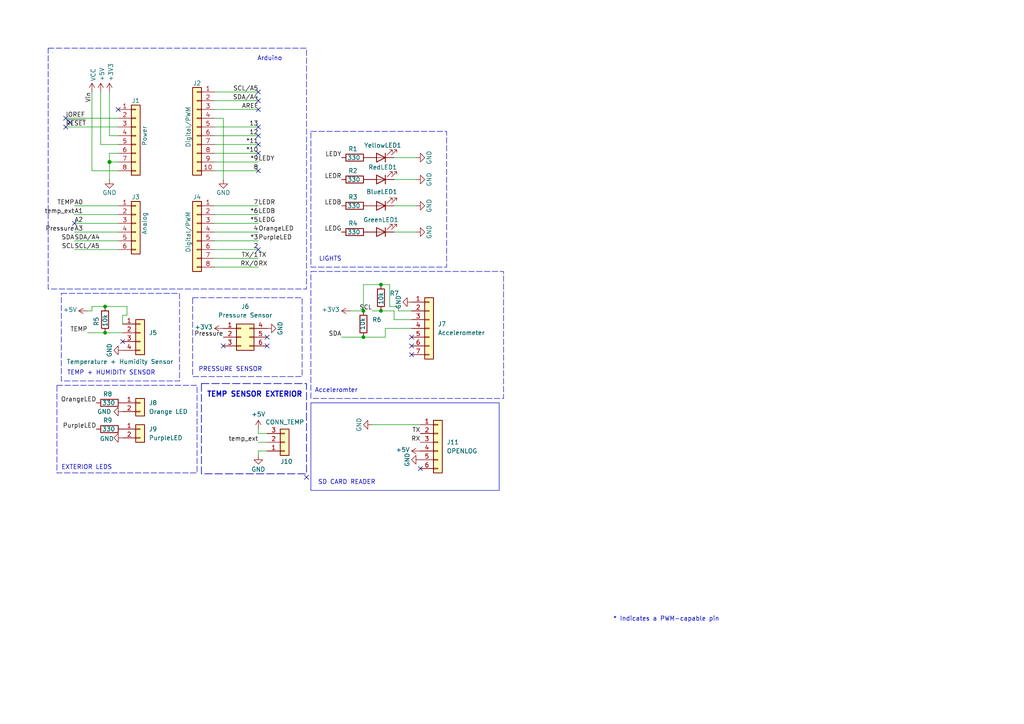
<source format=kicad_sch>
(kicad_sch (version 20231120) (generator "eeschema") (generator_version "8.0")
  (paper "A4")
  (title_block (date "mar. 31 mars 2015"))
  (lib_symbols
    (symbol "Connector_Generic:Conn_01x02" (pin_names (offset 1.016) hide)
      (property "Reference" "J" (at 0 2.54 0))
      (property "Value" "Conn_01x02" (at 0 -5.08 0))
      (symbol "Conn_01x02_1_1"
        (rectangle (start -1.27 -2.413) (end 0 -2.667) (stroke (width 0.1524)))
        (rectangle (start -1.27 0.127) (end 0 -0.127) (stroke (width 0.1524)))
        (rectangle (start -1.27 1.27) (end 1.27 -3.81) (stroke (width 0.254)) (fill (type background)))
        (pin passive line (at -5.08 0 0) (length 3.81) (name "Pin_1") (number "1"))
        (pin passive line (at -5.08 -2.54 0) (length 3.81) (name "Pin_2") (number "2"))
      )
    )
    (symbol "Connector_Generic:Conn_01x03" (pin_names (offset 1.016) hide)
      (property "Reference" "J" (at 0 5.08 0))
      (property "Value" "Conn_01x03" (at 0 -5.08 0))
      (symbol "Conn_01x03_1_1"
        (rectangle (start -1.27 -2.413) (end 0 -2.667) (stroke (width 0.1524)))
        (rectangle (start -1.27 0.127) (end 0 -0.127) (stroke (width 0.1524)))
        (rectangle (start -1.27 2.667) (end 0 2.413) (stroke (width 0.1524)))
        (rectangle (start -1.27 3.81) (end 1.27 -3.81) (stroke (width 0.254)) (fill (type background)))
        (pin passive line (at -5.08 2.54 0) (length 3.81) (name "Pin_1") (number "1"))
        (pin passive line (at -5.08 0 0) (length 3.81) (name "Pin_2") (number "2"))
        (pin passive line (at -5.08 -2.54 0) (length 3.81) (name "Pin_3") (number "3"))
      )
    )
    (symbol "Connector_Generic:Conn_01x04" (pin_names (offset 1.016) hide)
      (property "Reference" "J" (at 0 5.08 0))
      (property "Value" "Conn_01x04" (at 0 -7.62 0))
      (symbol "Conn_01x04_1_1"
        (rectangle (start -1.27 -4.953) (end 0 -5.207) (stroke (width 0.1524)))
        (rectangle (start -1.27 -2.413) (end 0 -2.667) (stroke (width 0.1524)))
        (rectangle (start -1.27 0.127) (end 0 -0.127) (stroke (width 0.1524)))
        (rectangle (start -1.27 2.667) (end 0 2.413) (stroke (width 0.1524)))
        (rectangle (start -1.27 3.81) (end 1.27 -6.35) (stroke (width 0.254)) (fill (type background)))
        (pin passive line (at -5.08 2.54 0) (length 3.81) (name "Pin_1") (number "1"))
        (pin passive line (at -5.08 0 0) (length 3.81) (name "Pin_2") (number "2"))
        (pin passive line (at -5.08 -2.54 0) (length 3.81) (name "Pin_3") (number "3"))
        (pin passive line (at -5.08 -5.08 0) (length 3.81) (name "Pin_4") (number "4"))
      )
    )
    (symbol "Connector_Generic:Conn_01x06" (pin_names (offset 1.016) hide)
      (property "Reference" "J" (at 0 7.62 0))
      (property "Value" "Conn_01x06" (at 0 -10.16 0))
      (symbol "Conn_01x06_1_1"
        (rectangle (start -1.27 -7.493) (end 0 -7.747) (stroke (width 0.1524)))
        (rectangle (start -1.27 -4.953) (end 0 -5.207) (stroke (width 0.1524)))
        (rectangle (start -1.27 -2.413) (end 0 -2.667) (stroke (width 0.1524)))
        (rectangle (start -1.27 0.127) (end 0 -0.127) (stroke (width 0.1524)))
        (rectangle (start -1.27 2.667) (end 0 2.413) (stroke (width 0.1524)))
        (rectangle (start -1.27 5.207) (end 0 4.953) (stroke (width 0.1524)))
        (rectangle (start -1.27 6.35) (end 1.27 -8.89) (stroke (width 0.254)) (fill (type background)))
        (pin passive line (at -5.08 5.08 0) (length 3.81) (name "Pin_1") (number "1"))
        (pin passive line (at -5.08 2.54 0) (length 3.81) (name "Pin_2") (number "2"))
        (pin passive line (at -5.08 0 0) (length 3.81) (name "Pin_3") (number "3"))
        (pin passive line (at -5.08 -2.54 0) (length 3.81) (name "Pin_4") (number "4"))
        (pin passive line (at -5.08 -5.08 0) (length 3.81) (name "Pin_5") (number "5"))
        (pin passive line (at -5.08 -7.62 0) (length 3.81) (name "Pin_6") (number "6"))
      )
    )
    (symbol "Connector_Generic:Conn_01x07" (pin_names (offset 1.016) hide)
      (property "Reference" "J" (at 0 10.16 0))
      (property "Value" "Conn_01x07" (at 0 -10.16 0))
      (symbol "Conn_01x07_1_1"
        (rectangle (start -1.27 -7.493) (end 0 -7.747) (stroke (width 0.1524)))
        (rectangle (start -1.27 -4.953) (end 0 -5.207) (stroke (width 0.1524)))
        (rectangle (start -1.27 -2.413) (end 0 -2.667) (stroke (width 0.1524)))
        (rectangle (start -1.27 0.127) (end 0 -0.127) (stroke (width 0.1524)))
        (rectangle (start -1.27 2.667) (end 0 2.413) (stroke (width 0.1524)))
        (rectangle (start -1.27 5.207) (end 0 4.953) (stroke (width 0.1524)))
        (rectangle (start -1.27 7.747) (end 0 7.493) (stroke (width 0.1524)))
        (rectangle (start -1.27 8.89) (end 1.27 -8.89) (stroke (width 0.254)) (fill (type background)))
        (pin passive line (at -5.08 7.62 0) (length 3.81) (name "Pin_1") (number "1"))
        (pin passive line (at -5.08 5.08 0) (length 3.81) (name "Pin_2") (number "2"))
        (pin passive line (at -5.08 2.54 0) (length 3.81) (name "Pin_3") (number "3"))
        (pin passive line (at -5.08 0 0) (length 3.81) (name "Pin_4") (number "4"))
        (pin passive line (at -5.08 -2.54 0) (length 3.81) (name "Pin_5") (number "5"))
        (pin passive line (at -5.08 -5.08 0) (length 3.81) (name "Pin_6") (number "6"))
        (pin passive line (at -5.08 -7.62 0) (length 3.81) (name "Pin_7") (number "7"))
      )
    )
    (symbol "Connector_Generic:Conn_01x08" (pin_names (offset 1.016) hide)
      (property "Reference" "J" (at 0 10.16 0))
      (property "Value" "Conn_01x08" (at 0 -12.7 0))
      (symbol "Conn_01x08_1_1"
        (rectangle (start -1.27 -10.033) (end 0 -10.287) (stroke (width 0.1524)))
        (rectangle (start -1.27 -7.493) (end 0 -7.747) (stroke (width 0.1524)))
        (rectangle (start -1.27 -4.953) (end 0 -5.207) (stroke (width 0.1524)))
        (rectangle (start -1.27 -2.413) (end 0 -2.667) (stroke (width 0.1524)))
        (rectangle (start -1.27 0.127) (end 0 -0.127) (stroke (width 0.1524)))
        (rectangle (start -1.27 2.667) (end 0 2.413) (stroke (width 0.1524)))
        (rectangle (start -1.27 5.207) (end 0 4.953) (stroke (width 0.1524)))
        (rectangle (start -1.27 7.747) (end 0 7.493) (stroke (width 0.1524)))
        (rectangle (start -1.27 8.89) (end 1.27 -11.43) (stroke (width 0.254)) (fill (type background)))
        (pin passive line (at -5.08 7.62 0) (length 3.81) (name "Pin_1") (number "1"))
        (pin passive line (at -5.08 5.08 0) (length 3.81) (name "Pin_2") (number "2"))
        (pin passive line (at -5.08 2.54 0) (length 3.81) (name "Pin_3") (number "3"))
        (pin passive line (at -5.08 0 0) (length 3.81) (name "Pin_4") (number "4"))
        (pin passive line (at -5.08 -2.54 0) (length 3.81) (name "Pin_5") (number "5"))
        (pin passive line (at -5.08 -5.08 0) (length 3.81) (name "Pin_6") (number "6"))
        (pin passive line (at -5.08 -7.62 0) (length 3.81) (name "Pin_7") (number "7"))
        (pin passive line (at -5.08 -10.16 0) (length 3.81) (name "Pin_8") (number "8"))
      )
    )
    (symbol "Connector_Generic:Conn_01x10" (pin_names (offset 1.016) hide)
      (property "Reference" "J" (at 0 12.7 0))
      (property "Value" "Conn_01x10" (at 0 -15.24 0))
      (symbol "Conn_01x10_1_1"
        (rectangle (start -1.27 -12.573) (end 0 -12.827) (stroke (width 0.1524)))
        (rectangle (start -1.27 -10.033) (end 0 -10.287) (stroke (width 0.1524)))
        (rectangle (start -1.27 -7.493) (end 0 -7.747) (stroke (width 0.1524)))
        (rectangle (start -1.27 -4.953) (end 0 -5.207) (stroke (width 0.1524)))
        (rectangle (start -1.27 -2.413) (end 0 -2.667) (stroke (width 0.1524)))
        (rectangle (start -1.27 0.127) (end 0 -0.127) (stroke (width 0.1524)))
        (rectangle (start -1.27 2.667) (end 0 2.413) (stroke (width 0.1524)))
        (rectangle (start -1.27 5.207) (end 0 4.953) (stroke (width 0.1524)))
        (rectangle (start -1.27 7.747) (end 0 7.493) (stroke (width 0.1524)))
        (rectangle (start -1.27 10.287) (end 0 10.033) (stroke (width 0.1524)))
        (rectangle (start -1.27 11.43) (end 1.27 -13.97) (stroke (width 0.254)) (fill (type background)))
        (pin passive line (at -5.08 10.16 0) (length 3.81) (name "Pin_1") (number "1"))
        (pin passive line (at -5.08 -12.7 0) (length 3.81) (name "Pin_10") (number "10"))
        (pin passive line (at -5.08 7.62 0) (length 3.81) (name "Pin_2") (number "2"))
        (pin passive line (at -5.08 5.08 0) (length 3.81) (name "Pin_3") (number "3"))
        (pin passive line (at -5.08 2.54 0) (length 3.81) (name "Pin_4") (number "4"))
        (pin passive line (at -5.08 0 0) (length 3.81) (name "Pin_5") (number "5"))
        (pin passive line (at -5.08 -2.54 0) (length 3.81) (name "Pin_6") (number "6"))
        (pin passive line (at -5.08 -5.08 0) (length 3.81) (name "Pin_7") (number "7"))
        (pin passive line (at -5.08 -7.62 0) (length 3.81) (name "Pin_8") (number "8"))
        (pin passive line (at -5.08 -10.16 0) (length 3.81) (name "Pin_9") (number "9"))
      )
    )
    (symbol "Connector_Generic:Conn_02x03_Top_Bottom" (pin_names (offset 1.016) hide)
      (property "Reference" "J" (at 1.27 5.08 0))
      (property "Value" "Conn_02x03_Top_Bottom" (at 1.27 -5.08 0))
      (symbol "Conn_02x03_Top_Bottom_1_1"
        (rectangle (start -1.27 -2.413) (end 0 -2.667) (stroke (width 0.1524)))
        (rectangle (start -1.27 0.127) (end 0 -0.127) (stroke (width 0.1524)))
        (rectangle (start -1.27 2.667) (end 0 2.413) (stroke (width 0.1524)))
        (rectangle (start -1.27 3.81) (end 3.81 -3.81) (stroke (width 0.254)) (fill (type background)))
        (rectangle (start 3.81 -2.413) (end 2.54 -2.667) (stroke (width 0.1524)))
        (rectangle (start 3.81 0.127) (end 2.54 -0.127) (stroke (width 0.1524)))
        (rectangle (start 3.81 2.667) (end 2.54 2.413) (stroke (width 0.1524)))
        (pin passive line (at -5.08 2.54 0) (length 3.81) (name "Pin_1") (number "1"))
        (pin passive line (at -5.08 0 0) (length 3.81) (name "Pin_2") (number "2"))
        (pin passive line (at -5.08 -2.54 0) (length 3.81) (name "Pin_3") (number "3"))
        (pin passive line (at 7.62 2.54 180) (length 3.81) (name "Pin_4") (number "4"))
        (pin passive line (at 7.62 0 180) (length 3.81) (name "Pin_5") (number "5"))
        (pin passive line (at 7.62 -2.54 180) (length 3.81) (name "Pin_6") (number "6"))
      )
    )
    (symbol "Device:LED" (pin_numbers hide) (pin_names (offset 1.016) hide)
      (property "Reference" "D" (at 0 2.54 0))
      (property "Value" "LED" (at 0 -2.54 0))
      (symbol "LED_0_1"
        (polyline (pts (xy -1.27 -1.27) (xy -1.27 1.27)) (stroke (width 0.254)))
        (polyline (pts (xy -1.27 0) (xy 1.27 0)))
        (polyline (pts (xy 1.27 -1.27) (xy 1.27 1.27) (xy -1.27 0) (xy 1.27 -1.27)) (stroke (width 0.254)))
        (polyline (pts (xy -3.048 -0.762) (xy -4.572 -2.286) (xy -3.81 -2.286) (xy -4.572 -2.286) (xy -4.572 -1.524)))
        (polyline (pts (xy -1.778 -0.762) (xy -3.302 -2.286) (xy -2.54 -2.286) (xy -3.302 -2.286) (xy -3.302 -1.524)))
      )
      (symbol "LED_1_1"
        (pin passive line (at -3.81 0 0) (length 2.54) (name "K") (number "1"))
        (pin passive line (at 3.81 0 180) (length 2.54) (name "A") (number "2"))
      )
    )
    (symbol "Device:R" (pin_numbers hide) (pin_names (offset 0))
      (property "Reference" "R" (at 2.032 0 90))
      (property "Value" "R" (at 0 0 90))
      (symbol "R_0_1"
        (rectangle (start -1.016 -2.54) (end 1.016 2.54) (stroke (width 0.254)))
      )
      (symbol "R_1_1"
        (pin passive line (at 0 3.81 270) (length 1.27) (name "~") (number "1"))
        (pin passive line (at 0 -3.81 90) (length 1.27) (name "~") (number "2"))
      )
    )
    (symbol "power:+3V3" (power) (pin_names (offset 0))
      (property "Value" "+3V3" (at 0 3.556 0))
      (symbol "+3V3_0_1"
        (polyline (pts (xy -0.762 1.27) (xy 0 2.54)))
        (polyline (pts (xy 0 0) (xy 0 2.54)))
        (polyline (pts (xy 0 2.54) (xy 0.762 1.27)))
      )
      (symbol "+3V3_1_1"
        (pin power_in line (at 0 0 90) (length 0) hide (name "+3V3") (number "1"))
      )
    )
    (symbol "power:+5V" (power) (pin_names (offset 0))
      (property "Value" "+5V" (at 0 3.556 0))
      (symbol "+5V_0_1"
        (polyline (pts (xy -0.762 1.27) (xy 0 2.54)))
        (polyline (pts (xy 0 0) (xy 0 2.54)))
        (polyline (pts (xy 0 2.54) (xy 0.762 1.27)))
      )
      (symbol "+5V_1_1"
        (pin power_in line (at 0 0 90) (length 0) hide (name "+5V") (number "1"))
      )
    )
    (symbol "power:GND" (power) (pin_names (offset 0))
      (property "Value" "GND" (at 0 -3.81 0))
      (symbol "GND_0_1"
        (polyline (pts (xy 0 0) (xy 0 -1.27) (xy 1.27 -1.27) (xy 0 -2.54) (xy -1.27 -1.27) (xy 0 -1.27)))
      )
      (symbol "GND_1_1"
        (pin power_in line (at 0 0 270) (length 0) hide (name "GND") (number "1"))
      )
    )
    (symbol "power:VCC" (power) (pin_names (offset 0))
      (property "Value" "VCC" (at 0 3.81 0))
      (symbol "VCC_0_1"
        (polyline (pts (xy -0.762 1.27) (xy 0 2.54)))
        (polyline (pts (xy 0 0) (xy 0 2.54)))
        (polyline (pts (xy 0 2.54) (xy 0.762 1.27)))
      )
      (symbol "VCC_1_1"
        (pin power_in line (at 0 0 90) (length 0) hide (name "VCC") (number "1"))
      )
    )
  )
  (junction (at 30.48 88.9))
  (junction (at 110.49 82.55))
  (junction (at 31.75 46.99) (diameter 1.016))
  (junction (at 30.48 96.52))
  (junction (at 110.49 90.17))
  (junction (at 105.41 90.17))
  (junction (at 105.41 97.79))
  (no_connect (at 77.47 100.33))
  (no_connect (at 74.93 26.67))
  (no_connect (at 74.93 44.45))
  (no_connect (at 35.56 99.06))
  (no_connect (at 19.05 34.29))
  (no_connect (at 74.93 31.75))
  (no_connect (at 21.59 64.77))
  (no_connect (at 64.77 100.33))
  (no_connect (at 74.93 36.83))
  (no_connect (at 19.05 36.83))
  (no_connect (at 74.93 39.37))
  (no_connect (at 20.32 35.56))
  (no_connect (at 119.38 100.33))
  (no_connect (at 119.38 97.79))
  (no_connect (at 121.92 135.89))
  (no_connect (at 74.93 49.53))
  (no_connect (at 119.38 102.87))
  (no_connect (at 77.47 97.79))
  (no_connect (at 74.93 29.21))
  (no_connect (at 34.29 31.75))
  (no_connect (at 74.93 41.91))
  (no_connect (at 74.93 72.39))
  (no_connect (at 88.9 138.43))
  (wire (pts (xy 62.23 77.47) (xy 74.93 77.47)))
  (wire (pts (xy 62.23 44.45) (xy 74.93 44.45)))
  (wire (pts (xy 114.3 67.31) (xy 120.65 67.31)))
  (wire (pts (xy 62.23 26.67) (xy 74.93 26.67)))
  (wire (pts (xy 114.3 90.17) (xy 114.3 92.71)))
  (wire (pts (xy 31.75 44.45) (xy 31.75 46.99)))
  (wire (pts (xy 26.67 90.17) (xy 25.4 90.17)))
  (wire (pts (xy 21.59 72.39) (xy 34.29 72.39)))
  (wire (pts (xy 105.41 97.79) (xy 111.76 97.79)))
  (wire (pts (xy 107.95 90.17) (xy 110.49 90.17)))
  (wire (pts (xy 99.06 97.79) (xy 105.41 97.79)))
  (wire (pts (xy 31.75 46.99) (xy 31.75 52.07)))
  (wire (pts (xy 31.75 39.37) (xy 34.29 39.37)))
  (wire (pts (xy 29.21 41.91) (xy 34.29 41.91)))
  (wire (pts (xy 113.03 88.9) (xy 113.03 82.55)))
  (wire (pts (xy 29.21 26.67) (xy 29.21 41.91)))
  (wire (pts (xy 74.93 128.27) (xy 77.47 128.27)))
  (wire (pts (xy 62.23 36.83) (xy 74.93 36.83)))
  (wire (pts (xy 31.75 26.67) (xy 31.75 39.37)))
  (wire (pts (xy 62.23 59.69) (xy 74.93 59.69)))
  (wire (pts (xy 34.29 59.69) (xy 21.59 59.69)))
  (wire (pts (xy 101.6 90.17) (xy 105.41 90.17)))
  (wire (pts (xy 62.23 39.37) (xy 74.93 39.37)))
  (wire (pts (xy 62.23 62.23) (xy 74.93 62.23)))
  (wire (pts (xy 113.03 82.55) (xy 110.49 82.55)))
  (wire (pts (xy 62.23 46.99) (xy 74.93 46.99)))
  (wire (pts (xy 114.3 52.07) (xy 120.65 52.07)))
  (wire (pts (xy 62.23 67.31) (xy 74.93 67.31)))
  (wire (pts (xy 19.05 34.29) (xy 34.29 34.29)))
  (wire (pts (xy 119.38 90.17) (xy 115.57 90.17)))
  (wire (pts (xy 77.47 125.73) (xy 74.93 125.73)))
  (wire (pts (xy 26.67 88.9) (xy 30.48 88.9)))
  (wire (pts (xy 111.76 95.25) (xy 119.38 95.25)))
  (wire (pts (xy 64.77 34.29) (xy 64.77 52.07)))
  (wire (pts (xy 77.47 130.81) (xy 74.93 130.81)))
  (wire (pts (xy 36.83 88.9) (xy 36.83 91.44)))
  (wire (pts (xy 74.93 125.73) (xy 74.93 124.46)))
  (wire (pts (xy 62.23 31.75) (xy 74.93 31.75)))
  (wire (pts (xy 35.56 91.44) (xy 35.56 93.98)))
  (wire (pts (xy 107.95 123.19) (xy 121.92 123.19)))
  (wire (pts (xy 115.57 88.9) (xy 113.03 88.9)))
  (wire (pts (xy 34.29 64.77) (xy 21.59 64.77)))
  (wire (pts (xy 19.05 36.83) (xy 34.29 36.83)))
  (wire (pts (xy 34.29 46.99) (xy 31.75 46.99)))
  (wire (pts (xy 110.49 82.55) (xy 105.41 82.55)))
  (wire (pts (xy 36.83 91.44) (xy 35.56 91.44)))
  (wire (pts (xy 74.93 130.81) (xy 74.93 132.08)))
  (wire (pts (xy 34.29 49.53) (xy 26.67 49.53)))
  (wire (pts (xy 114.3 92.71) (xy 119.38 92.71)))
  (wire (pts (xy 21.59 62.23) (xy 34.29 62.23)))
  (wire (pts (xy 30.48 88.9) (xy 36.83 88.9)))
  (wire (pts (xy 25.4 96.52) (xy 30.48 96.52)))
  (wire (pts (xy 115.57 90.17) (xy 115.57 88.9)))
  (wire (pts (xy 114.3 59.69) (xy 120.65 59.69)))
  (wire (pts (xy 62.23 34.29) (xy 64.77 34.29)))
  (wire (pts (xy 34.29 44.45) (xy 31.75 44.45)))
  (wire (pts (xy 111.76 97.79) (xy 111.76 95.25)))
  (wire (pts (xy 26.67 88.9) (xy 26.67 90.17)))
  (wire (pts (xy 62.23 41.91) (xy 74.93 41.91)))
  (wire (pts (xy 62.23 64.77) (xy 74.93 64.77)))
  (wire (pts (xy 21.59 67.31) (xy 34.29 67.31)))
  (wire (pts (xy 114.3 45.72) (xy 120.65 45.72)))
  (wire (pts (xy 110.49 90.17) (xy 114.3 90.17)))
  (wire (pts (xy 30.48 96.52) (xy 35.56 96.52)))
  (wire (pts (xy 62.23 29.21) (xy 74.93 29.21)))
  (wire (pts (xy 62.23 72.39) (xy 74.93 72.39)))
  (wire (pts (xy 62.23 69.85) (xy 74.93 69.85)))
  (wire (pts (xy 105.41 82.55) (xy 105.41 90.17)))
  (wire (pts (xy 62.23 74.93) (xy 74.93 74.93)))
  (wire (pts (xy 26.67 49.53) (xy 26.67 26.67)))
  (wire (pts (xy 34.29 69.85) (xy 21.59 69.85)))
  (wire (pts (xy 62.23 49.53) (xy 74.93 49.53)))
  (rectangle (start 15.24 15.24) (end 15.24 15.24))
  (rectangle (start 55.88 86.36) (end 87.63 109.22) (stroke (width 0) (type dash)))
  (rectangle (start 16.51 111.76) (end 57.15 137.16) (stroke (width 0) (type dash)))
  (rectangle (start 13.97 13.97) (end 88.9 83.82) (stroke (width 0) (type dash)))
  (rectangle (start 90.17 38.1) (end 129.54 77.47) (stroke (width 0) (type dash)))
  (rectangle (start 17.78 85.09) (end 52.07 110.49) (stroke (width 0) (type dash)))
  (rectangle (start 90.17 116.84) (end 144.78 142.24))
  (rectangle (start 90.17 78.74) (end 146.05 115.57) (stroke (width 0) (type dash)))
  (rectangle (start 58.42 111.252) (end 88.9 137.414) (stroke (width 0.2) (type dash)))
  (text "LIGHTS \n" (at 96.266 75.184 0) (effects (font (size 1.27 1.27))))
  (text "PRESSURE SENSOR\n" (at 66.802 107.188 0) (effects (font (size 1.27 1.27))))
  (text "EXTERIOR LEDS\n" (at 25.146 135.636 0) (effects (font (size 1.27 1.27))))
  (text "Acceleromter" (at 97.536 113.284 0) (effects (font (size 1.27 1.27))))
  (text "Arduino" (at 78.232 17.018 0) (effects (font (size 1.27 1.27))))
  (text "* Indicates a PWM-capable pin" (at 177.8 180.34 0) (effects (font (size 1.27 1.27)) (justify left bottom)))
  (text "\nTEMP SENSOR EXTERIOR\n" (at 59.944 113.284 0) (effects (font (size 1.5 1.5) (thickness 0.3) (bold yes)) (justify left)))
  (text "TEMP + HUMIDITY SENSOR\n" (at 32.258 108.204 0) (effects (font (size 1.27 1.27))))
  (text "SD CARD READER\n" (at 100.584 139.954 0) (effects (font (size 1.27 1.27))))
  (label "RX{slash}0" (at 74.93 77.47 180))
  (label "A2" (at 21.59 64.77 0))
  (label "temp_ext" (at 21.59 62.23 180))
  (label "4" (at 74.93 67.31 180))
  (label "LEDR" (at 74.93 59.69 0))
  (label "OrangeLED" (at 27.94 116.84 180))
  (label "2" (at 74.93 72.39 180))
  (label "A3" (at 21.59 67.31 0))
  (label "13" (at 74.93 36.83 180))
  (label "RX" (at 121.92 128.27 180))
  (label "TEMP" (at 25.4 96.52 180))
  (label "12" (at 74.93 39.37 180))
  (label "Pressure" (at 21.59 67.31 180))
  (label "~{RESET}" (at 19.05 36.83 0))
  (label "LEDG" (at 74.93 64.77 0))
  (label "TX" (at 74.93 74.93 0))
  (label "*10" (at 74.93 44.45 180))
  (label "LEDR" (at 99.06 52.07 180))
  (label "TEMP" (at 21.59 59.69 180))
  (label "TX" (at 121.92 125.73 180))
  (label "LEDB" (at 99.06 59.69 180))
  (label "7" (at 74.93 59.69 180))
  (label "SDA{slash}A4" (at 74.93 29.21 180))
  (label "8" (at 74.93 49.53 180))
  (label "PurpleLED" (at 74.93 69.85 0))
  (label "SDA" (at 99.06 97.79 180))
  (label "temp_ext" (at 74.93 128.27 180))
  (label "LEDY" (at 99.06 45.72 180))
  (label "SCL" (at 21.59 72.39 180))
  (label "*11" (at 74.93 41.91 180))
  (label "*3" (at 74.93 69.85 180))
  (label "Pressure" (at 64.77 97.79 180))
  (label "A1" (at 21.59 62.23 0))
  (label "TX{slash}1" (at 74.93 74.93 180))
  (label "SDA" (at 21.59 69.85 180))
  (label "A0" (at 21.59 59.69 0))
  (label "LEDY" (at 74.93 46.99 0))
  (label "AREF" (at 74.93 31.75 180))
  (label "Vin" (at 26.67 26.67 270))
  (label "*6" (at 74.93 62.23 180))
  (label "SCL{slash}A5" (at 74.93 26.67 180))
  (label "*9" (at 74.93 46.99 180))
  (label "OrangeLED" (at 74.93 67.31 0))
  (label "RX" (at 74.93 77.47 0))
  (label "*5" (at 74.93 64.77 180))
  (label "SCL" (at 107.95 90.17 180))
  (label "IOREF" (at 19.05 34.29 0))
  (label "LEDB" (at 74.93 62.23 0))
  (label "SDA{slash}A4" (at 21.59 69.85 0))
  (label "SCL{slash}A5" (at 21.59 72.39 0))
  (label "PurpleLED" (at 27.94 124.46 180))
  (label "LEDG" (at 99.06 67.31 180))
  (symbol (lib_id "Connector_Generic:Conn_01x08") (at 39.37 39.37 0) (unit 1)
    (property "Reference" "J1" (at 39.37 29.21 0))
    (property "Value" "Power" (at 41.91 39.37 90))
    (property "Footprint" "Connector_PinSocket_2.54mm:PinSocket_1x08_P2.54mm_Vertical" (effects (hide yes)))
  )
  (symbol (lib_id "power:+3V3") (at 31.75 26.67 0) (unit 1)
    (property "Reference" "#PWR03" (effects (hide yes)))
    (property "Value" "+3V3" (at 32.131 23.622 90) (effects (justify left)))
  )
  (symbol (lib_id "power:+5V") (at 29.21 26.67 0) (unit 1)
    (property "Reference" "#PWR02" (effects (hide yes)))
    (property "Value" "+5V" (at 29.5656 23.622 90) (effects (justify left)))
  )
  (symbol (lib_id "power:GND") (at 31.75 52.07 0) (unit 1)
    (property "Reference" "#PWR04" (effects (hide yes)))
    (property "Value" "GND" (at 31.75 55.88 0))
  )
  (symbol (lib_id "Connector_Generic:Conn_01x10") (at 57.15 36.83 0) (mirror y) (unit 1)
    (property "Reference" "J2" (at 57.15 24.13 0))
    (property "Value" "Digital/PWM" (at 54.61 36.83 90))
    (property "Footprint" "Connector_PinSocket_2.54mm:PinSocket_1x10_P2.54mm_Vertical" (effects (hide yes)))
  )
  (symbol (lib_id "power:GND") (at 64.77 52.07 0) (unit 1)
    (property "Reference" "#PWR05" (effects (hide yes)))
    (property "Value" "GND" (at 64.77 55.88 0))
  )
  (symbol (lib_id "Connector_Generic:Conn_01x06") (at 39.37 64.77 0) (unit 1)
    (property "Reference" "J3" (at 39.37 57.15 0))
    (property "Value" "Analog" (at 41.91 64.77 90))
    (property "Footprint" "Connector_PinSocket_2.54mm:PinSocket_1x06_P2.54mm_Vertical" (effects (hide yes)))
  )
  (symbol (lib_id "Connector_Generic:Conn_01x08") (at 57.15 67.31 0) (mirror y) (unit 1)
    (property "Reference" "J4" (at 57.15 57.15 0))
    (property "Value" "Digital/PWM" (at 54.61 67.31 90))
    (property "Footprint" "Connector_PinSocket_2.54mm:PinSocket_1x08_P2.54mm_Vertical" (effects (hide yes)))
  )
  (symbol (lib_id "power:+3V3") (at 101.6 90.17 90) (unit 1)
    (property "Reference" "#PWR017" (effects (hide yes)))
    (property "Value" "+3V3" (at 98.552 89.789 90) (effects (justify left)))
  )
  (symbol (lib_id "power:GND") (at 119.38 87.63 270) (unit 1)
    (property "Reference" "#PWR016" (effects (hide yes)))
    (property "Value" "GND" (at 115.57 87.63 0))
  )
  (symbol (lib_id "Device:R") (at 31.75 124.46 270) (unit 1)
    (property "Reference" "R9" (at 31.242 121.92 90))
    (property "Value" "330" (at 31.496 124.46 90))
    (property "Footprint" "Resistor_THT:R_Axial_DIN0207_L6.3mm_D2.5mm_P7.62mm_Horizontal" (effects (hide yes)))
    (property "Description" "Resistor" (effects (hide yes)))
  )
  (symbol (lib_id "power:GND") (at 121.92 133.35 270) (unit 1)
    (property "Reference" "#PWR024" (effects (hide yes)))
    (property "Value" "GND" (at 118.11 133.35 0))
  )
  (symbol (lib_id "Device:R") (at 102.87 52.07 270) (unit 1)
    (property "Reference" "R2" (at 102.362 49.53 90))
    (property "Value" "330" (at 102.616 52.07 90))
    (property "Footprint" "Resistor_THT:R_Axial_DIN0207_L6.3mm_D2.5mm_P7.62mm_Horizontal" (effects (hide yes)))
    (property "Description" "Resistor" (effects (hide yes)))
  )
  (symbol (lib_id "Connector_Generic:Conn_01x04") (at 40.64 96.52 0) (unit 1)
    (property "Reference" "J5" (at 43.18 96.5199 0) (effects (justify left)))
    (property "Value" "Temperature + Humidity Sensor" (at 19.304 104.902 0) (effects (justify left)))
    (property "Footprint" "Connector_PinSocket_2.54mm:PinSocket_1x04_P2.54mm_Vertical" (effects (hide yes)))
    (property "Description" "Generic connector, single row, 01x04, script generated (kicad-library-utils/schlib/autogen/connector/)" (effects (hide yes)))
  )
  (symbol (lib_id "power:GND") (at 120.65 67.31 90) (unit 1)
    (property "Reference" "#PWR09" (effects (hide yes)))
    (property "Value" "GND" (at 124.46 67.31 0))
  )
  (symbol (lib_id "power:+5V") (at 74.93 124.46 0) (unit 1)
    (property "Reference" "#PWR020" (effects (hide yes)))
    (property "Value" "+5V" (at 72.898 120.142 0) (effects (justify left)))
  )
  (symbol (lib_id "power:+5V") (at 121.92 130.81 90) (unit 1)
    (property "Reference" "#PWR023" (effects (hide yes)))
    (property "Value" "+5V" (at 118.872 130.4544 90) (effects (justify left)))
  )
  (symbol (lib_id "Device:R") (at 30.48 92.71 0) (unit 1)
    (property "Reference" "R5" (at 27.94 93.218 90))
    (property "Value" "10k" (at 30.48 92.964 90))
    (property "Footprint" "Resistor_THT:R_Axial_DIN0207_L6.3mm_D2.5mm_P7.62mm_Horizontal" (effects (hide yes)))
    (property "Description" "Resistor" (effects (hide yes)))
  )
  (symbol (lib_id "Connector_Generic:Conn_02x03_Top_Bottom") (at 69.85 97.79 0) (unit 1)
    (property "Reference" "J6" (at 71.12 88.9 0))
    (property "Value" "Pressure Sensor" (at 71.12 91.44 0))
    (property "Footprint" "Connector_PinSocket_2.54mm:PinSocket_2x03_P2.54mm_Vertical" (effects (hide yes)))
    (property "Description" "Generic connector, double row, 02x03, top/bottom pin numbering scheme (row 1: 1...pins_per_row, row2: pins_per_row+1 ... num_pins), script generated (kicad-library-utils/schlib/autogen/connector/)" (effects (hide yes)))
  )
  (symbol (lib_id "power:VCC") (at 26.67 26.67 0) (unit 1)
    (property "Reference" "#PWR01" (effects (hide yes)))
    (property "Value" "VCC" (at 27.051 23.622 90) (effects (justify left)))
  )
  (symbol (lib_id "Device:LED") (at 110.49 45.72 180) (unit 1)
    (property "Reference" "YellowLED1" (at 110.998 42.164 0))
    (property "Value" "LED" (effects (hide yes)))
    (property "Footprint" "LED_THT:LED_D3.0mm" (effects (hide yes)))
    (property "Description" "Light emitting diode" (effects (hide yes)))
  )
  (symbol (lib_id "Connector_Generic:Conn_01x02") (at 40.64 124.46 0) (unit 1)
    (property "Reference" "J9" (at 43.18 124.4599 0) (effects (justify left)))
    (property "Value" "PurpleLED" (at 43.18 126.9999 0) (effects (justify left)))
    (property "Footprint" "Connector_PinHeader_1.00mm:PinHeader_1x02_P1.00mm_Vertical" (effects (hide yes)))
    (property "Description" "Generic connector, single row, 01x02, script generated (kicad-library-utils/schlib/autogen/connector/)" (effects (hide yes)))
  )
  (symbol (lib_id "power:+5V") (at 25.4 90.17 90) (unit 1)
    (property "Reference" "#PWR012" (effects (hide yes)))
    (property "Value" "+5V" (at 22.352 89.8144 90) (effects (justify left)))
  )
  (symbol (lib_id "Connector_Generic:Conn_01x06") (at 127 128.27 0) (unit 1)
    (property "Reference" "J11" (at 129.54 128.2699 0) (effects (justify left)))
    (property "Value" "OPENLOG" (at 129.54 130.8099 0) (effects (justify left)))
    (property "Footprint" "Connector_PinSocket_2.54mm:PinSocket_1x06_P2.54mm_Vertical" (effects (hide yes)))
    (property "Description" "Generic connector, single row, 01x06, script generated (kicad-library-utils/schlib/autogen/connector/)" (effects (hide yes)))
  )
  (symbol (lib_id "Device:R") (at 110.49 86.36 0) (unit 1)
    (property "Reference" "R7" (at 113.03 85.0899 0) (effects (justify left)))
    (property "Value" "10k" (at 110.49 88.392 90) (effects (justify left)))
    (property "Footprint" "Resistor_THT:R_Axial_DIN0207_L6.3mm_D2.5mm_P7.62mm_Horizontal" (effects (hide yes)))
    (property "Description" "Resistor" (effects (hide yes)))
  )
  (symbol (lib_id "Connector_Generic:Conn_01x07") (at 124.46 95.25 0) (unit 1)
    (property "Reference" "J7" (at 127 93.9799 0) (effects (justify left)))
    (property "Value" "Accelerometer" (at 127 96.5199 0) (effects (justify left)))
    (property "Footprint" "Connector_PinSocket_2.54mm:PinSocket_1x07_P2.54mm_Vertical" (effects (hide yes)))
    (property "Description" "Generic connector, single row, 01x07, script generated (kicad-library-utils/schlib/autogen/connector/)" (effects (hide yes)))
  )
  (symbol (lib_id "Device:LED") (at 110.49 52.07 180) (unit 1)
    (property "Reference" "RedLED1" (at 110.998 48.514 0))
    (property "Value" "LED" (effects (hide yes)))
    (property "Footprint" "LED_THT:LED_D3.0mm" (effects (hide yes)))
    (property "Description" "Light emitting diode" (effects (hide yes)))
  )
  (symbol (lib_id "Device:LED") (at 110.49 59.69 180) (unit 1)
    (property "Reference" "BlueLED1" (at 110.744 55.626 0))
    (property "Value" "LED" (effects (hide yes)))
    (property "Footprint" "LED_THT:LED_D3.0mm" (effects (hide yes)))
    (property "Description" "Light emitting diode" (effects (hide yes)))
  )
  (symbol (lib_id "Connector_Generic:Conn_01x03") (at 82.55 128.27 0) (mirror x) (unit 1)
    (property "Reference" "J10" (at 81.28 133.858 0) (effects (justify left)))
    (property "Value" "CONN_TEMP" (at 76.962 122.428 0) (effects (justify left)))
    (property "Footprint" "Connector_JST:JST_XH_B3B-XH-A_1x03_P2.50mm_Vertical" (effects (hide yes)))
    (property "Description" "Generic connector, single row, 01x03, script generated (kicad-library-utils/schlib/autogen/connector/)" (effects (hide yes)))
  )
  (symbol (lib_id "power:+3V3") (at 64.77 95.25 90) (unit 1)
    (property "Reference" "#PWR014" (effects (hide yes)))
    (property "Value" "+3V3" (at 61.722 94.869 90) (effects (justify left)))
  )
  (symbol (lib_id "Connector_Generic:Conn_01x02") (at 40.64 116.84 0) (unit 1)
    (property "Reference" "J8" (at 43.18 116.8399 0) (effects (justify left)))
    (property "Value" "Orange LED" (at 43.18 119.3799 0) (effects (justify left)))
    (property "Footprint" "Connector_PinHeader_1.00mm:PinHeader_1x02_P1.00mm_Vertical" (effects (hide yes)))
    (property "Description" "Generic connector, single row, 01x02, script generated (kicad-library-utils/schlib/autogen/connector/)" (effects (hide yes)))
  )
  (symbol (lib_id "power:GND") (at 107.95 123.19 270) (unit 1)
    (property "Reference" "#PWR022" (effects (hide yes)))
    (property "Value" "GND" (at 104.14 123.19 0))
  )
  (symbol (lib_id "Device:R") (at 102.87 45.72 270) (unit 1)
    (property "Reference" "R1" (at 102.362 43.18 90))
    (property "Value" "330" (at 102.616 45.72 90))
    (property "Footprint" "Resistor_THT:R_Axial_DIN0207_L6.3mm_D2.5mm_P7.62mm_Horizontal" (effects (hide yes)))
    (property "Description" "Resistor" (effects (hide yes)))
  )
  (symbol (lib_id "Device:R") (at 102.87 67.31 270) (unit 1)
    (property "Reference" "R4" (at 102.362 64.77 90))
    (property "Value" "330" (at 102.616 67.31 90))
    (property "Footprint" "Resistor_THT:R_Axial_DIN0207_L6.3mm_D2.5mm_P7.62mm_Horizontal" (effects (hide yes)))
    (property "Description" "Resistor" (effects (hide yes)))
  )
  (symbol (lib_id "Device:R") (at 105.41 93.98 0) (unit 1)
    (property "Reference" "R6" (at 107.95 92.7099 0) (effects (justify left)))
    (property "Value" "10k" (at 105.156 95.758 90) (effects (justify left)))
    (property "Footprint" "Resistor_THT:R_Axial_DIN0207_L6.3mm_D2.5mm_P7.62mm_Horizontal" (effects (hide yes)))
    (property "Description" "Resistor" (effects (hide yes)))
  )
  (symbol (lib_id "power:GND") (at 35.56 101.6 270) (unit 1)
    (property "Reference" "#PWR013" (effects (hide yes)))
    (property "Value" "GND" (at 31.75 101.6 0))
  )
  (symbol (lib_id "power:GND") (at 35.56 119.38 270) (unit 1)
    (property "Reference" "#PWR018" (effects (hide yes)))
    (property "Value" "GND" (at 30.226 119.38 90))
  )
  (symbol (lib_id "power:GND") (at 77.47 95.25 90) (unit 1)
    (property "Reference" "#PWR015" (effects (hide yes)))
    (property "Value" "GND" (at 81.28 95.25 0))
  )
  (symbol (lib_id "power:GND") (at 120.65 59.69 90) (unit 1)
    (property "Reference" "#PWR08" (effects (hide yes)))
    (property "Value" "GND" (at 124.46 59.69 0))
  )
  (symbol (lib_id "power:GND") (at 120.65 52.07 90) (unit 1)
    (property "Reference" "#PWR07" (effects (hide yes)))
    (property "Value" "GND" (at 124.46 52.07 0))
  )
  (symbol (lib_id "Device:R") (at 102.87 59.69 270) (unit 1)
    (property "Reference" "R3" (at 102.362 57.15 90))
    (property "Value" "330" (at 102.616 59.69 90))
    (property "Footprint" "Resistor_THT:R_Axial_DIN0207_L6.3mm_D2.5mm_P7.62mm_Horizontal" (effects (hide yes)))
    (property "Description" "Resistor" (effects (hide yes)))
  )
  (symbol (lib_id "Device:R") (at 31.75 116.84 270) (unit 1)
    (property "Reference" "R8" (at 31.242 114.3 90))
    (property "Value" "330" (at 31.496 116.84 90))
    (property "Footprint" "Resistor_THT:R_Axial_DIN0207_L6.3mm_D2.5mm_P7.62mm_Horizontal" (effects (hide yes)))
    (property "Description" "Resistor" (effects (hide yes)))
  )
  (symbol (lib_id "power:GND") (at 120.65 45.72 90) (unit 1)
    (property "Reference" "#PWR06" (effects (hide yes)))
    (property "Value" "GND" (at 124.46 45.72 0))
  )
  (symbol (lib_id "Device:LED") (at 110.49 67.31 180) (unit 1)
    (property "Reference" "GreenLED1" (at 110.49 63.754 0))
    (property "Value" "LED" (effects (hide yes)))
    (property "Footprint" "LED_THT:LED_D3.0mm" (effects (hide yes)))
    (property "Description" "Light emitting diode" (effects (hide yes)))
  )
  (symbol (lib_id "power:GND") (at 74.93 132.08 0) (unit 1)
    (property "Reference" "#PWR021" (effects (hide yes)))
    (property "Value" "GND" (at 74.93 136.144 0))
  )
  (symbol (lib_id "power:GND") (at 35.56 127 270) (unit 1)
    (property "Reference" "#PWR019" (effects (hide yes)))
    (property "Value" "GND" (at 30.988 127.254 90))
  )
)
</source>
